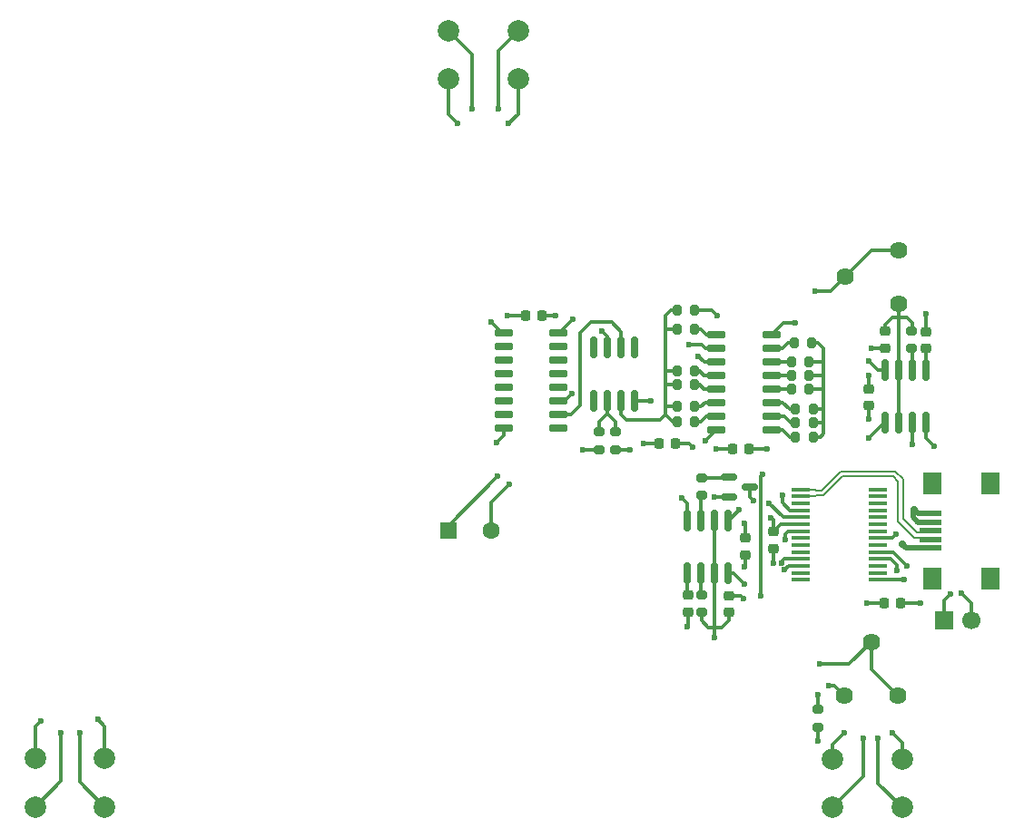
<source format=gbr>
%TF.GenerationSoftware,KiCad,Pcbnew,9.0.1*%
%TF.CreationDate,2025-05-14T21:44:34-03:00*%
%TF.ProjectId,queremate_pd_safe,71756572-656d-4617-9465-5f70645f7361,rev?*%
%TF.SameCoordinates,Original*%
%TF.FileFunction,Copper,L1,Top*%
%TF.FilePolarity,Positive*%
%FSLAX46Y46*%
G04 Gerber Fmt 4.6, Leading zero omitted, Abs format (unit mm)*
G04 Created by KiCad (PCBNEW 9.0.1) date 2025-05-14 21:44:34*
%MOMM*%
%LPD*%
G01*
G04 APERTURE LIST*
G04 Aperture macros list*
%AMRoundRect*
0 Rectangle with rounded corners*
0 $1 Rounding radius*
0 $2 $3 $4 $5 $6 $7 $8 $9 X,Y pos of 4 corners*
0 Add a 4 corners polygon primitive as box body*
4,1,4,$2,$3,$4,$5,$6,$7,$8,$9,$2,$3,0*
0 Add four circle primitives for the rounded corners*
1,1,$1+$1,$2,$3*
1,1,$1+$1,$4,$5*
1,1,$1+$1,$6,$7*
1,1,$1+$1,$8,$9*
0 Add four rect primitives between the rounded corners*
20,1,$1+$1,$2,$3,$4,$5,0*
20,1,$1+$1,$4,$5,$6,$7,0*
20,1,$1+$1,$6,$7,$8,$9,0*
20,1,$1+$1,$8,$9,$2,$3,0*%
G04 Aperture macros list end*
%TA.AperFunction,SMDPad,CuDef*%
%ADD10RoundRect,0.225000X0.225000X0.250000X-0.225000X0.250000X-0.225000X-0.250000X0.225000X-0.250000X0*%
%TD*%
%TA.AperFunction,SMDPad,CuDef*%
%ADD11RoundRect,0.225000X0.250000X-0.225000X0.250000X0.225000X-0.250000X0.225000X-0.250000X-0.225000X0*%
%TD*%
%TA.AperFunction,SMDPad,CuDef*%
%ADD12RoundRect,0.200000X0.275000X-0.200000X0.275000X0.200000X-0.275000X0.200000X-0.275000X-0.200000X0*%
%TD*%
%TA.AperFunction,SMDPad,CuDef*%
%ADD13RoundRect,0.200000X-0.200000X-0.275000X0.200000X-0.275000X0.200000X0.275000X-0.200000X0.275000X0*%
%TD*%
%TA.AperFunction,SMDPad,CuDef*%
%ADD14RoundRect,0.150000X0.150000X-0.825000X0.150000X0.825000X-0.150000X0.825000X-0.150000X-0.825000X0*%
%TD*%
%TA.AperFunction,ComponentPad*%
%ADD15C,1.620000*%
%TD*%
%TA.AperFunction,SMDPad,CuDef*%
%ADD16RoundRect,0.225000X-0.225000X-0.250000X0.225000X-0.250000X0.225000X0.250000X-0.225000X0.250000X0*%
%TD*%
%TA.AperFunction,SMDPad,CuDef*%
%ADD17RoundRect,0.200000X0.200000X0.275000X-0.200000X0.275000X-0.200000X-0.275000X0.200000X-0.275000X0*%
%TD*%
%TA.AperFunction,ComponentPad*%
%ADD18R,1.700000X1.700000*%
%TD*%
%TA.AperFunction,ComponentPad*%
%ADD19C,1.700000*%
%TD*%
%TA.AperFunction,SMDPad,CuDef*%
%ADD20RoundRect,0.200000X-0.275000X0.200000X-0.275000X-0.200000X0.275000X-0.200000X0.275000X0.200000X0*%
%TD*%
%TA.AperFunction,SMDPad,CuDef*%
%ADD21RoundRect,0.225000X-0.250000X0.225000X-0.250000X-0.225000X0.250000X-0.225000X0.250000X0.225000X0*%
%TD*%
%TA.AperFunction,SMDPad,CuDef*%
%ADD22RoundRect,0.150000X-0.725000X-0.150000X0.725000X-0.150000X0.725000X0.150000X-0.725000X0.150000X0*%
%TD*%
%TA.AperFunction,ComponentPad*%
%ADD23R,1.600000X1.600000*%
%TD*%
%TA.AperFunction,ComponentPad*%
%ADD24C,1.600000*%
%TD*%
%TA.AperFunction,ComponentPad*%
%ADD25C,2.000000*%
%TD*%
%TA.AperFunction,SMDPad,CuDef*%
%ADD26RoundRect,0.150000X-0.150000X0.825000X-0.150000X-0.825000X0.150000X-0.825000X0.150000X0.825000X0*%
%TD*%
%TA.AperFunction,SMDPad,CuDef*%
%ADD27RoundRect,0.150000X0.725000X0.150000X-0.725000X0.150000X-0.725000X-0.150000X0.725000X-0.150000X0*%
%TD*%
%TA.AperFunction,SMDPad,CuDef*%
%ADD28RoundRect,0.150000X-0.587500X-0.150000X0.587500X-0.150000X0.587500X0.150000X-0.587500X0.150000X0*%
%TD*%
%TA.AperFunction,SMDPad,CuDef*%
%ADD29R,2.000000X0.500000*%
%TD*%
%TA.AperFunction,SMDPad,CuDef*%
%ADD30R,1.700000X2.000000*%
%TD*%
%TA.AperFunction,SMDPad,CuDef*%
%ADD31R,1.750000X0.450000*%
%TD*%
%TA.AperFunction,ViaPad*%
%ADD32C,0.600000*%
%TD*%
%TA.AperFunction,ViaPad*%
%ADD33C,0.700000*%
%TD*%
%TA.AperFunction,Conductor*%
%ADD34C,0.300000*%
%TD*%
%TA.AperFunction,Conductor*%
%ADD35C,0.500000*%
%TD*%
%TA.AperFunction,Conductor*%
%ADD36C,0.200000*%
%TD*%
%TA.AperFunction,Conductor*%
%ADD37C,0.202000*%
%TD*%
G04 APERTURE END LIST*
D10*
%TO.P,C7,1*%
%TO.N,5V*%
X90218000Y-60325000D03*
%TO.P,C7,2*%
%TO.N,GND*%
X88668000Y-60325000D03*
%TD*%
D11*
%TO.P,C4,1*%
%TO.N,Net-(U5-DIS)*%
X95152000Y-76109000D03*
%TO.P,C4,2*%
%TO.N,GND*%
X95152000Y-74559000D03*
%TD*%
D12*
%TO.P,R2,1*%
%TO.N,5V*%
X103530400Y-86829400D03*
%TO.P,R2,2*%
%TO.N,RESET*%
X103530400Y-85179400D03*
%TD*%
D13*
%TO.P,R5,1*%
%TO.N,Net-(U1-Q2)*%
X101029000Y-52705000D03*
%TO.P,R5,2*%
%TO.N,Net-(U4-+)*%
X102679000Y-52705000D03*
%TD*%
D14*
%TO.P,U2,1,GND*%
%TO.N,GND*%
X109763000Y-58417000D03*
%TO.P,U2,2,TR*%
%TO.N,Net-(U2-DIS)*%
X111033000Y-58417000D03*
%TO.P,U2,3,Q*%
%TO.N,CLOCK*%
X112303000Y-58417000D03*
%TO.P,U2,4,R*%
%TO.N,Net-(SW1-B)*%
X113573000Y-58417000D03*
%TO.P,U2,5,CV*%
%TO.N,Net-(U2-CV)*%
X113573000Y-53467000D03*
%TO.P,U2,6,THR*%
%TO.N,Net-(U2-THR)*%
X112303000Y-53467000D03*
%TO.P,U2,7,DIS*%
%TO.N,Net-(U2-DIS)*%
X111033000Y-53467000D03*
%TO.P,U2,8,VCC*%
%TO.N,5V*%
X109763000Y-53467000D03*
%TD*%
D15*
%TO.P,RV1,1,1*%
%TO.N,5V*%
X110993000Y-42271000D03*
%TO.P,RV1,2,2*%
X105993000Y-44771000D03*
%TO.P,RV1,3,3*%
%TO.N,Net-(U2-DIS)*%
X110993000Y-47271000D03*
%TD*%
D16*
%TO.P,C8,1*%
%TO.N,5V*%
X95526000Y-60833000D03*
%TO.P,C8,2*%
%TO.N,GND*%
X97076000Y-60833000D03*
%TD*%
D17*
%TO.P,R14,1*%
%TO.N,GND*%
X92011000Y-47879000D03*
%TO.P,R14,2*%
%TO.N,Net-(U4-+)*%
X90361000Y-47879000D03*
%TD*%
D18*
%TO.P,J1,1,Pin_1*%
%TO.N,Net-(J1-Pin_1)*%
X115234400Y-76835400D03*
D19*
%TO.P,J1,2,Pin_2*%
%TO.N,Net-(J1-Pin_2)*%
X117774400Y-76835400D03*
%TD*%
D20*
%TO.P,R1,1*%
%TO.N,Net-(U2-DIS)*%
X112176000Y-49813000D03*
%TO.P,R1,2*%
%TO.N,Net-(U2-THR)*%
X112176000Y-51463000D03*
%TD*%
D13*
%TO.P,R15,1*%
%TO.N,Net-(U1-Q11)*%
X101410000Y-59740800D03*
%TO.P,R15,2*%
%TO.N,Net-(U4-+)*%
X103060000Y-59740800D03*
%TD*%
%TO.P,R9,1*%
%TO.N,Net-(U1-Q6)*%
X101029000Y-55245000D03*
%TO.P,R9,2*%
%TO.N,Net-(U4-+)*%
X102679000Y-55245000D03*
%TD*%
%TO.P,R8,1*%
%TO.N,Net-(U1-Q5)*%
X101410000Y-58420000D03*
%TO.P,R8,2*%
%TO.N,Net-(U4-+)*%
X103060000Y-58420000D03*
%TD*%
D11*
%TO.P,C6,1*%
%TO.N,GND*%
X91342000Y-76051000D03*
%TO.P,C6,2*%
%TO.N,Net-(U5-CV)*%
X91342000Y-74501000D03*
%TD*%
D20*
%TO.P,R16,1*%
%TO.N,Net-(U4--)*%
X83093000Y-59246000D03*
%TO.P,R16,2*%
%TO.N,5V*%
X83093000Y-60896000D03*
%TD*%
D17*
%TO.P,R3,1*%
%TO.N,Net-(U1-Q0)*%
X92011000Y-49657000D03*
%TO.P,R3,2*%
%TO.N,Net-(U4-+)*%
X90361000Y-49657000D03*
%TD*%
D21*
%TO.P,C11,1*%
%TO.N,5V*%
X99314000Y-68567000D03*
%TO.P,C11,2*%
%TO.N,GND*%
X99314000Y-70117000D03*
%TD*%
%TO.P,C1,1*%
%TO.N,Net-(U2-DIS)*%
X109763000Y-49863000D03*
%TO.P,C1,2*%
%TO.N,GND*%
X109763000Y-51413000D03*
%TD*%
D13*
%TO.P,R6,1*%
%TO.N,Net-(U1-Q3)*%
X101029000Y-53975000D03*
%TO.P,R6,2*%
%TO.N,Net-(U4-+)*%
X102679000Y-53975000D03*
%TD*%
D17*
%TO.P,R13,1*%
%TO.N,Net-(U1-Q10)*%
X92011000Y-58293000D03*
%TO.P,R13,2*%
%TO.N,Net-(U4-+)*%
X90361000Y-58293000D03*
%TD*%
D22*
%TO.P,U3,1,Q11*%
%TO.N,ALARM*%
X74168000Y-50038000D03*
%TO.P,U3,2,Q5*%
%TO.N,unconnected-(U3-Q5-Pad2)*%
X74168000Y-51308000D03*
%TO.P,U3,3,Q4*%
%TO.N,unconnected-(U3-Q4-Pad3)*%
X74168000Y-52578000D03*
%TO.P,U3,4,Q6*%
%TO.N,unconnected-(U3-Q6-Pad4)*%
X74168000Y-53848000D03*
%TO.P,U3,5,Q3*%
%TO.N,unconnected-(U3-Q3-Pad5)*%
X74168000Y-55118000D03*
%TO.P,U3,6,Q2*%
%TO.N,unconnected-(U3-Q2-Pad6)*%
X74168000Y-56388000D03*
%TO.P,U3,7,Q1*%
%TO.N,unconnected-(U3-Q1-Pad7)*%
X74168000Y-57658000D03*
%TO.P,U3,8,VSS*%
%TO.N,GND*%
X74168000Y-58928000D03*
%TO.P,U3,9,Q0*%
%TO.N,unconnected-(U3-Q0-Pad9)*%
X79318000Y-58928000D03*
%TO.P,U3,10,CLK*%
%TO.N,Net-(U3-CLK)*%
X79318000Y-57658000D03*
%TO.P,U3,11,Reset*%
%TO.N,RESET*%
X79318000Y-56388000D03*
%TO.P,U3,12,Q8*%
%TO.N,unconnected-(U3-Q8-Pad12)*%
X79318000Y-55118000D03*
%TO.P,U3,13,Q7*%
%TO.N,unconnected-(U3-Q7-Pad13)*%
X79318000Y-53848000D03*
%TO.P,U3,14,Q9*%
%TO.N,unconnected-(U3-Q9-Pad14)*%
X79318000Y-52578000D03*
%TO.P,U3,15,Q10*%
%TO.N,unconnected-(U3-Q10-Pad15)*%
X79318000Y-51308000D03*
%TO.P,U3,16,VDD*%
%TO.N,5V*%
X79318000Y-50038000D03*
%TD*%
D21*
%TO.P,C2,1*%
%TO.N,GND*%
X113573000Y-49898000D03*
%TO.P,C2,2*%
%TO.N,Net-(U2-CV)*%
X113573000Y-51448000D03*
%TD*%
D13*
%TO.P,R7,1*%
%TO.N,Net-(U1-Q4)*%
X101410000Y-57150000D03*
%TO.P,R7,2*%
%TO.N,Net-(U4-+)*%
X103060000Y-57150000D03*
%TD*%
D23*
%TO.P,BZ1,1,+*%
%TO.N,5V*%
X69000000Y-68500000D03*
D24*
%TO.P,BZ1,2,-*%
%TO.N,Net-(BZ1--)*%
X73000000Y-68500000D03*
%TD*%
D17*
%TO.P,R11,1*%
%TO.N,Net-(U1-Q8)*%
X92011000Y-53594000D03*
%TO.P,R11,2*%
%TO.N,Net-(U4-+)*%
X90361000Y-53594000D03*
%TD*%
D25*
%TO.P,SW1,1,A*%
%TO.N,5V*%
X69038400Y-21778400D03*
X75538400Y-21778400D03*
%TO.P,SW1,2,B*%
%TO.N,Net-(SW1-B)*%
X69038400Y-26278400D03*
X75538400Y-26278400D03*
%TD*%
D13*
%TO.P,R4,1*%
%TO.N,Net-(U1-Q1)*%
X101283000Y-50927000D03*
%TO.P,R4,2*%
%TO.N,Net-(U4-+)*%
X102933000Y-50927000D03*
%TD*%
D25*
%TO.P,SW4,1,A*%
%TO.N,RESET*%
X111352400Y-94299600D03*
X104852400Y-94299600D03*
%TO.P,SW4,2,B*%
%TO.N,GND*%
X111352400Y-89799600D03*
X104852400Y-89799600D03*
%TD*%
D26*
%TO.P,U5,1,GND*%
%TO.N,GND*%
X95123000Y-67502000D03*
%TO.P,U5,2,TR*%
%TO.N,Net-(U5-DIS)*%
X93853000Y-67502000D03*
%TO.P,U5,3,Q*%
%TO.N,Net-(U5-Q)*%
X92583000Y-67502000D03*
%TO.P,U5,4,R*%
%TO.N,ALARM*%
X91313000Y-67502000D03*
%TO.P,U5,5,CV*%
%TO.N,Net-(U5-CV)*%
X91313000Y-72452000D03*
%TO.P,U5,6,THR*%
%TO.N,Net-(U5-THR)*%
X92583000Y-72452000D03*
%TO.P,U5,7,DIS*%
%TO.N,Net-(U5-DIS)*%
X93853000Y-72452000D03*
%TO.P,U5,8,VCC*%
%TO.N,5V*%
X95123000Y-72452000D03*
%TD*%
D17*
%TO.P,R10,1*%
%TO.N,Net-(U1-Q7)*%
X92011000Y-54864000D03*
%TO.P,R10,2*%
%TO.N,Net-(U4-+)*%
X90361000Y-54864000D03*
%TD*%
D11*
%TO.P,C9,1*%
%TO.N,5V*%
X96676000Y-70717000D03*
%TO.P,C9,2*%
%TO.N,GND*%
X96676000Y-69167000D03*
%TD*%
D27*
%TO.P,U1,1,Q11*%
%TO.N,Net-(U1-Q11)*%
X99187000Y-59055000D03*
%TO.P,U1,2,Q5*%
%TO.N,Net-(U1-Q5)*%
X99187000Y-57785000D03*
%TO.P,U1,3,Q4*%
%TO.N,Net-(U1-Q4)*%
X99187000Y-56515000D03*
%TO.P,U1,4,Q6*%
%TO.N,Net-(U1-Q6)*%
X99187000Y-55245000D03*
%TO.P,U1,5,Q3*%
%TO.N,Net-(U1-Q3)*%
X99187000Y-53975000D03*
%TO.P,U1,6,Q2*%
%TO.N,Net-(U1-Q2)*%
X99187000Y-52705000D03*
%TO.P,U1,7,Q1*%
%TO.N,Net-(U1-Q1)*%
X99187000Y-51435000D03*
%TO.P,U1,8,VSS*%
%TO.N,GND*%
X99187000Y-50165000D03*
%TO.P,U1,9,Q0*%
%TO.N,Net-(U1-Q0)*%
X94037000Y-50165000D03*
%TO.P,U1,10,CLK*%
%TO.N,CLOCK*%
X94037000Y-51435000D03*
%TO.P,U1,11,Reset*%
%TO.N,RESET*%
X94037000Y-52705000D03*
%TO.P,U1,12,Q8*%
%TO.N,Net-(U1-Q8)*%
X94037000Y-53975000D03*
%TO.P,U1,13,Q7*%
%TO.N,Net-(U1-Q7)*%
X94037000Y-55245000D03*
%TO.P,U1,14,Q9*%
%TO.N,Net-(U1-Q9)*%
X94037000Y-56515000D03*
%TO.P,U1,15,Q10*%
%TO.N,Net-(U1-Q10)*%
X94037000Y-57785000D03*
%TO.P,U1,16,VDD*%
%TO.N,5V*%
X94037000Y-59055000D03*
%TD*%
D17*
%TO.P,R12,1*%
%TO.N,Net-(U1-Q9)*%
X92011000Y-56896000D03*
%TO.P,R12,2*%
%TO.N,Net-(U4-+)*%
X90361000Y-56896000D03*
%TD*%
D28*
%TO.P,Q2,1,B*%
%TO.N,Net-(Q2-B)*%
X95230500Y-63439000D03*
%TO.P,Q2,2,E*%
%TO.N,GND*%
X95230500Y-65339000D03*
%TO.P,Q2,3,C*%
%TO.N,Net-(BZ1--)*%
X97105500Y-64389000D03*
%TD*%
D20*
%TO.P,R20,1*%
%TO.N,Net-(Q2-B)*%
X92612000Y-63528000D03*
%TO.P,R20,2*%
%TO.N,Net-(U5-Q)*%
X92612000Y-65178000D03*
%TD*%
D12*
%TO.P,R19,1*%
%TO.N,Net-(U5-DIS)*%
X92612000Y-76101000D03*
%TO.P,R19,2*%
%TO.N,Net-(U5-THR)*%
X92612000Y-74451000D03*
%TD*%
D21*
%TO.P,C3,1*%
%TO.N,5V*%
X108239000Y-55232000D03*
%TO.P,C3,2*%
%TO.N,GND*%
X108239000Y-56782000D03*
%TD*%
D15*
%TO.P,RV2,1,1*%
%TO.N,5V*%
X110953000Y-83881600D03*
%TO.P,RV2,2,2*%
X108453000Y-78881600D03*
%TO.P,RV2,3,3*%
%TO.N,Net-(U5-DIS)*%
X105953000Y-83881600D03*
%TD*%
D29*
%TO.P,J2,1,VBUS*%
%TO.N,5V*%
X114030200Y-70078400D03*
%TO.P,J2,2,D-*%
%TO.N,DT-*%
X114030200Y-69278400D03*
%TO.P,J2,3,D+*%
%TO.N,DT+*%
X114030200Y-68478400D03*
%TO.P,J2,4,GND*%
%TO.N,GND*%
X114030200Y-67678400D03*
%TO.P,J2,5,Shield*%
X114030200Y-66878400D03*
D30*
%TO.P,J2,6*%
%TO.N,N/C*%
X114130200Y-72928400D03*
X119580200Y-72928400D03*
X114130200Y-64028400D03*
X119580200Y-64028400D03*
%TD*%
D31*
%TO.P,U6,1,TXD*%
%TO.N,Net-(J1-Pin_1)*%
X109111600Y-73059000D03*
%TO.P,U6,2,DTR*%
%TO.N,unconnected-(U6-DTR-Pad2)*%
X109111600Y-72409000D03*
%TO.P,U6,3,RTS*%
%TO.N,unconnected-(U6-RTS-Pad3)*%
X109111600Y-71759000D03*
%TO.P,U6,4,VCCIO*%
%TO.N,5V*%
X109111600Y-71109000D03*
%TO.P,U6,5,RXD*%
%TO.N,Net-(J1-Pin_2)*%
X109111600Y-70459000D03*
%TO.P,U6,6,RI*%
%TO.N,unconnected-(U6-RI-Pad6)*%
X109111600Y-69809000D03*
%TO.P,U6,7,GND*%
%TO.N,GND*%
X109111600Y-69159000D03*
%TO.P,U6,8*%
%TO.N,N/C*%
X109111600Y-68509000D03*
%TO.P,U6,9,DCR*%
%TO.N,unconnected-(U6-DCR-Pad9)*%
X109111600Y-67859000D03*
%TO.P,U6,10,DCD*%
%TO.N,unconnected-(U6-DCD-Pad10)*%
X109111600Y-67209000D03*
%TO.P,U6,11,CTS*%
%TO.N,unconnected-(U6-CTS-Pad11)*%
X109111600Y-66559000D03*
%TO.P,U6,12,CBUS4*%
%TO.N,unconnected-(U6-CBUS4-Pad12)*%
X109111600Y-65909000D03*
%TO.P,U6,13,CBUS2*%
%TO.N,unconnected-(U6-CBUS2-Pad13)*%
X109111600Y-65259000D03*
%TO.P,U6,14,CBUS3*%
%TO.N,unconnected-(U6-CBUS3-Pad14)*%
X109111600Y-64609000D03*
%TO.P,U6,15,USBD+*%
%TO.N,DT+*%
X101911600Y-64609000D03*
%TO.P,U6,16,USBD-*%
%TO.N,DT-*%
X101911600Y-65259000D03*
%TO.P,U6,17,3V3OUT*%
%TO.N,unconnected-(U6-3V3OUT-Pad17)*%
X101911600Y-65909000D03*
%TO.P,U6,18,GND*%
%TO.N,GND*%
X101911600Y-66559000D03*
%TO.P,U6,19,~{RESET}*%
%TO.N,ALARM*%
X101911600Y-67209000D03*
%TO.P,U6,20,VCC*%
%TO.N,5V*%
X101911600Y-67859000D03*
%TO.P,U6,21,GND*%
%TO.N,GND*%
X101911600Y-68509000D03*
%TO.P,U6,22,CBUS1*%
%TO.N,unconnected-(U6-CBUS1-Pad22)*%
X101911600Y-69159000D03*
%TO.P,U6,23,CBUS0*%
%TO.N,unconnected-(U6-CBUS0-Pad23)*%
X101911600Y-69809000D03*
%TO.P,U6,24*%
%TO.N,N/C*%
X101911600Y-70459000D03*
%TO.P,U6,25,AGND*%
%TO.N,GND*%
X101911600Y-71109000D03*
%TO.P,U6,26,TEST*%
X101911600Y-71759000D03*
%TO.P,U6,27,OSCI*%
%TO.N,unconnected-(U6-OSCI-Pad27)*%
X101911600Y-72409000D03*
%TO.P,U6,28,OSCO*%
%TO.N,unconnected-(U6-OSCO-Pad28)*%
X101911600Y-73059000D03*
%TD*%
D10*
%TO.P,C5,1*%
%TO.N,5V*%
X77737000Y-48387000D03*
%TO.P,C5,2*%
%TO.N,GND*%
X76187000Y-48387000D03*
%TD*%
D14*
%TO.P,U4,1,NULL*%
%TO.N,unconnected-(U4-NULL-Pad1)*%
X82585000Y-56323000D03*
%TO.P,U4,2,-*%
%TO.N,Net-(U4--)*%
X83855000Y-56323000D03*
%TO.P,U4,3,+*%
%TO.N,Net-(U4-+)*%
X85125000Y-56323000D03*
%TO.P,U4,4,V-*%
%TO.N,GND*%
X86395000Y-56323000D03*
%TO.P,U4,5,NULL*%
%TO.N,unconnected-(U4-NULL-Pad5)*%
X86395000Y-51373000D03*
%TO.P,U4,6*%
%TO.N,Net-(U3-CLK)*%
X85125000Y-51373000D03*
%TO.P,U4,7,V+*%
%TO.N,5V*%
X83855000Y-51373000D03*
%TO.P,U4,8,NC*%
%TO.N,unconnected-(U4-NC-Pad8)*%
X82585000Y-51373000D03*
%TD*%
D16*
%TO.P,C10,1*%
%TO.N,5V*%
X109664200Y-75234800D03*
%TO.P,C10,2*%
%TO.N,GND*%
X111214200Y-75234800D03*
%TD*%
D12*
%TO.P,R17,1*%
%TO.N,GND*%
X84617000Y-60896000D03*
%TO.P,R17,2*%
%TO.N,Net-(U4--)*%
X84617000Y-59246000D03*
%TD*%
D25*
%TO.P,SW2,1,A*%
%TO.N,5V*%
X30481200Y-89748800D03*
X36981200Y-89748800D03*
%TO.P,SW2,2,B*%
%TO.N,Net-(SW1-B)*%
X30481200Y-94248800D03*
X36981200Y-94248800D03*
%TD*%
D32*
%TO.N,GND*%
X96520000Y-74777600D03*
X100160000Y-65150000D03*
%TO.N,Net-(SW1-B)*%
X114300000Y-60553600D03*
X69900800Y-30480000D03*
X74625200Y-30480000D03*
X32918400Y-87376000D03*
X34645600Y-87376000D03*
%TO.N,5V*%
X36322000Y-86106000D03*
X96621600Y-73456800D03*
X108204000Y-52628800D03*
X110871000Y-72161400D03*
X99100000Y-67250000D03*
X103682800Y-80924400D03*
X73609200Y-63398400D03*
X94030800Y-60858400D03*
X108254800Y-54000400D03*
D33*
X111353600Y-69748400D03*
D32*
X30988000Y-86207600D03*
X96672400Y-71831200D03*
X71272400Y-29057600D03*
X79044800Y-48412400D03*
X81584800Y-60909200D03*
X80670400Y-48717200D03*
X108051600Y-75234800D03*
X93014800Y-60096400D03*
X91795600Y-60655200D03*
X83362800Y-49834800D03*
X73660000Y-29057600D03*
X103530400Y-88087200D03*
X103225600Y-46075600D03*
%TO.N,GND*%
X93878400Y-65328800D03*
D33*
X112442800Y-66520000D03*
D32*
X86004400Y-60909200D03*
X96672400Y-67767200D03*
X108254800Y-59842400D03*
X108458000Y-51409600D03*
X100380800Y-72136000D03*
X101396800Y-49072800D03*
X74523600Y-48412400D03*
X100126800Y-71526400D03*
X87274400Y-60350400D03*
X110439200Y-87376000D03*
X96164400Y-66497200D03*
X91338400Y-77470000D03*
X113588800Y-48209200D03*
X100430000Y-69320000D03*
X94132400Y-48412400D03*
X98755200Y-60858400D03*
X110794800Y-68834000D03*
X105968800Y-87325200D03*
X113030000Y-75234800D03*
X73507600Y-60248800D03*
X108254800Y-58013600D03*
X87884000Y-56337200D03*
X99314000Y-71475600D03*
%TO.N,CLOCK*%
X112318800Y-60401200D03*
X91490800Y-51104800D03*
%TO.N,Net-(U5-DIS)*%
X93878400Y-78486000D03*
X104495600Y-82905600D03*
%TO.N,ALARM*%
X72999600Y-49022000D03*
X90779600Y-65379600D03*
X98955400Y-65884600D03*
%TO.N,Net-(J1-Pin_2)*%
X111810800Y-71729600D03*
X116840000Y-74269600D03*
%TO.N,Net-(J1-Pin_1)*%
X111506000Y-73050400D03*
X115849400Y-74396600D03*
%TO.N,Net-(BZ1--)*%
X97485200Y-65684400D03*
X74676000Y-64160400D03*
%TO.N,RESET*%
X80568800Y-55676800D03*
X109118400Y-87884000D03*
X98196400Y-74523600D03*
X98348800Y-63195200D03*
X107746800Y-87884000D03*
X103530400Y-83769200D03*
X92354400Y-52171600D03*
%TD*%
D34*
%TO.N,5V*%
X101911600Y-67859000D02*
X100022000Y-67859000D01*
X100022000Y-67859000D02*
X99314000Y-68567000D01*
%TO.N,GND*%
X100430000Y-68815600D02*
X100736600Y-68509000D01*
X100430000Y-69320000D02*
X100430000Y-68815600D01*
X100736600Y-68509000D02*
X101911600Y-68509000D01*
%TO.N,ALARM*%
X98955400Y-65884600D02*
X100237800Y-67167000D01*
X100237800Y-67167000D02*
X101869600Y-67167000D01*
X101869600Y-67167000D02*
X101911600Y-67209000D01*
D35*
%TO.N,GND*%
X112442800Y-66520000D02*
X112340000Y-66622800D01*
X112839600Y-67678400D02*
X114030200Y-67678400D01*
X112442800Y-66520000D02*
X112801200Y-66878400D01*
X112801200Y-66878400D02*
X114030200Y-66878400D01*
X112340000Y-67178800D02*
X112839600Y-67678400D01*
X112340000Y-66622800D02*
X112340000Y-67178800D01*
D34*
%TO.N,Net-(U4-+)*%
X90361000Y-54864000D02*
X89281000Y-54864000D01*
%TO.N,5V*%
X109042200Y-53467000D02*
X109763000Y-53467000D01*
%TO.N,Net-(U2-DIS)*%
X111033000Y-58417000D02*
X111033000Y-53467000D01*
X109763000Y-49241000D02*
X110398000Y-48606000D01*
X112303000Y-49813000D02*
X112303000Y-49114000D01*
X112303000Y-49114000D02*
X111795000Y-48606000D01*
X111033000Y-48606000D02*
X111033000Y-47630000D01*
X111033000Y-48606000D02*
X110398000Y-48606000D01*
X109763000Y-49863000D02*
X109763000Y-49241000D01*
X111795000Y-48606000D02*
X111033000Y-48606000D01*
X111033000Y-47441000D02*
X110993000Y-47401000D01*
X111033000Y-53467000D02*
X111033000Y-48606000D01*
%TO.N,Net-(U2-THR)*%
X112303000Y-53467000D02*
X112303000Y-51463000D01*
%TO.N,Net-(SW1-B)*%
X75538400Y-26278400D02*
X75538400Y-29566800D01*
X30481200Y-94248800D02*
X32918400Y-91811600D01*
X32918400Y-91811600D02*
X32918400Y-87376000D01*
X34645600Y-91913200D02*
X34645600Y-87376000D01*
X113573000Y-58417000D02*
X113573000Y-59826600D01*
X113573000Y-59826600D02*
X114300000Y-60553600D01*
X75538400Y-29566800D02*
X74625200Y-30480000D01*
X69038400Y-29617600D02*
X69900800Y-30480000D01*
X36981200Y-94248800D02*
X34645600Y-91913200D01*
X69038400Y-26278400D02*
X69038400Y-29617600D01*
%TO.N,5V*%
X108453000Y-81381600D02*
X108453000Y-78881600D01*
X94056200Y-60833000D02*
X94030800Y-60858400D01*
X96676000Y-71827600D02*
X96672400Y-71831200D01*
X105993000Y-44771000D02*
X104688400Y-46075600D01*
X108493000Y-42271000D02*
X105993000Y-44771000D01*
X110871000Y-71693400D02*
X110871000Y-72161400D01*
X95123000Y-72452000D02*
X95616800Y-72452000D01*
X73660000Y-23656800D02*
X73660000Y-29057600D01*
X109111600Y-71109000D02*
X110286600Y-71109000D01*
D35*
X111353600Y-69748400D02*
X111683600Y-70078400D01*
D34*
X110286600Y-71109000D02*
X110871000Y-71693400D01*
X69000000Y-68500000D02*
X69000000Y-68007600D01*
X104444800Y-80924400D02*
X103682800Y-80924400D01*
X36981200Y-89748800D02*
X36981200Y-86765200D01*
X79318000Y-50038000D02*
X79349600Y-50038000D01*
D35*
X111683600Y-70078400D02*
X114030200Y-70078400D01*
D34*
X99314000Y-68567000D02*
X99314000Y-67464000D01*
X79349600Y-50038000D02*
X80670400Y-48717200D01*
X91465400Y-60325000D02*
X91795600Y-60655200D01*
X79019400Y-48387000D02*
X79044800Y-48412400D01*
X90218000Y-60325000D02*
X91465400Y-60325000D01*
X69000000Y-68007600D02*
X73609200Y-63398400D01*
X108239000Y-54016200D02*
X108254800Y-54000400D01*
X83093000Y-60896000D02*
X81598000Y-60896000D01*
X94037000Y-59055000D02*
X94037000Y-59074200D01*
X108239000Y-55232000D02*
X108239000Y-54016200D01*
X83855000Y-51373000D02*
X83855000Y-50327000D01*
X95616800Y-72452000D02*
X96621600Y-73456800D01*
X71272400Y-24012400D02*
X71272400Y-29057600D01*
X94037000Y-59074200D02*
X93014800Y-60096400D01*
X103886000Y-46075600D02*
X103225600Y-46075600D01*
X110993000Y-42271000D02*
X108493000Y-42271000D01*
X110953000Y-83881600D02*
X108453000Y-81381600D01*
X36981200Y-86765200D02*
X36322000Y-86106000D01*
X99314000Y-67464000D02*
X99100000Y-67250000D01*
X103530400Y-86829400D02*
X103530400Y-88087200D01*
X109664200Y-75234800D02*
X108051600Y-75234800D01*
X106410200Y-80924400D02*
X104444800Y-80924400D01*
X108453000Y-78881600D02*
X106410200Y-80924400D01*
X75538400Y-21778400D02*
X73660000Y-23656800D01*
X83855000Y-50327000D02*
X83362800Y-49834800D01*
X96676000Y-70717000D02*
X96676000Y-71827600D01*
X95526000Y-60833000D02*
X94056200Y-60833000D01*
X104688400Y-46075600D02*
X103886000Y-46075600D01*
X30481200Y-89748800D02*
X30481200Y-86714400D01*
X30481200Y-86714400D02*
X30988000Y-86207600D01*
X109042200Y-53467000D02*
X108204000Y-52628800D01*
X77737000Y-48387000D02*
X79019400Y-48387000D01*
X69038400Y-21778400D02*
X71272400Y-24012400D01*
X81598000Y-60896000D02*
X81584800Y-60909200D01*
%TO.N,Net-(U2-CV)*%
X113573000Y-53467000D02*
X113573000Y-51448000D01*
%TO.N,GND*%
X108461400Y-51413000D02*
X108458000Y-51409600D01*
X100990400Y-49072800D02*
X101396800Y-49072800D01*
X101911600Y-71759000D02*
X100757800Y-71759000D01*
X111214200Y-75234800D02*
X113030000Y-75234800D01*
X93888600Y-65339000D02*
X93878400Y-65328800D01*
X100391800Y-71109000D02*
X101911600Y-71109000D01*
X93599000Y-47879000D02*
X94132400Y-48412400D01*
X113573000Y-49898000D02*
X113573000Y-48225000D01*
X99187000Y-50165000D02*
X100279200Y-49072800D01*
X98729800Y-60833000D02*
X98755200Y-60858400D01*
X92011000Y-47879000D02*
X93599000Y-47879000D01*
X111352400Y-88289200D02*
X110439200Y-87376000D01*
X88668000Y-60325000D02*
X87299800Y-60325000D01*
X76187000Y-48387000D02*
X74549000Y-48387000D01*
X87299800Y-60325000D02*
X87274400Y-60350400D01*
X111352400Y-89799600D02*
X111352400Y-88289200D01*
X87869800Y-56323000D02*
X87884000Y-56337200D01*
X86395000Y-56323000D02*
X87869800Y-56323000D01*
X96676000Y-67770800D02*
X96672400Y-67767200D01*
X100279200Y-49072800D02*
X100990400Y-49072800D01*
X100126800Y-71374000D02*
X100391800Y-71109000D01*
X74168000Y-59588400D02*
X73507600Y-60248800D01*
X95159600Y-67502000D02*
X96164400Y-66497200D01*
X99314000Y-70117000D02*
X99314000Y-71475600D01*
X109111600Y-69159000D02*
X110469800Y-69159000D01*
X91342000Y-76051000D02*
X91342000Y-77466400D01*
X109763000Y-51413000D02*
X108461400Y-51413000D01*
X74168000Y-58928000D02*
X74168000Y-59588400D01*
X100757800Y-71759000D02*
X100380800Y-72136000D01*
X96676000Y-69167000D02*
X96676000Y-67770800D01*
X74549000Y-48387000D02*
X74523600Y-48412400D01*
X97076000Y-60833000D02*
X98729800Y-60833000D01*
X104852400Y-88441600D02*
X105968800Y-87325200D01*
X100126800Y-71526400D02*
X100126800Y-71374000D01*
X91342000Y-77466400D02*
X91338400Y-77470000D01*
X85991200Y-60896000D02*
X86004400Y-60909200D01*
X104852400Y-89799600D02*
X104852400Y-88441600D01*
X95123000Y-67502000D02*
X95159600Y-67502000D01*
X84617000Y-60896000D02*
X85991200Y-60896000D01*
X109680200Y-58417000D02*
X108254800Y-59842400D01*
X110469800Y-69159000D02*
X110794800Y-68834000D01*
X95230500Y-65339000D02*
X93888600Y-65339000D01*
X113573000Y-48225000D02*
X113588800Y-48209200D01*
X108239000Y-56782000D02*
X108239000Y-57997800D01*
X109763000Y-58417000D02*
X109680200Y-58417000D01*
X108239000Y-57997800D02*
X108254800Y-58013600D01*
%TO.N,CLOCK*%
X92989400Y-51435000D02*
X92710000Y-51155600D01*
X92659200Y-51104800D02*
X91490800Y-51104800D01*
X112303000Y-58417000D02*
X112303000Y-60385400D01*
X94037000Y-51435000D02*
X92989400Y-51435000D01*
X92710000Y-51155600D02*
X92659200Y-51104800D01*
X112303000Y-60385400D02*
X112318800Y-60401200D01*
%TO.N,Net-(U5-CV)*%
X91313000Y-74472000D02*
X91342000Y-74501000D01*
X91313000Y-72452000D02*
X91313000Y-74472000D01*
%TO.N,Net-(U5-DIS)*%
X93853000Y-72452000D02*
X93853000Y-67502000D01*
X94517000Y-77493000D02*
X93853000Y-77493000D01*
X104495600Y-82905600D02*
X104977000Y-82905600D01*
X92612000Y-76101000D02*
X92612000Y-76858000D01*
X93853000Y-78460600D02*
X93878400Y-78486000D01*
X95152000Y-76109000D02*
X95152000Y-76858000D01*
X92612000Y-76858000D02*
X93247000Y-77493000D01*
X104977000Y-82905600D02*
X105953000Y-83881600D01*
X93853000Y-72452000D02*
X93853000Y-77493000D01*
X93247000Y-77493000D02*
X93853000Y-77493000D01*
X95152000Y-76858000D02*
X94517000Y-77493000D01*
X93853000Y-77493000D02*
X93853000Y-78460600D01*
%TO.N,Net-(U5-Q)*%
X92583000Y-65207000D02*
X92612000Y-65178000D01*
X92583000Y-67502000D02*
X92583000Y-65207000D01*
%TO.N,ALARM*%
X74168000Y-50038000D02*
X74015600Y-50038000D01*
X91313000Y-65913000D02*
X90779600Y-65379600D01*
X91313000Y-67502000D02*
X91313000Y-65913000D01*
X74015600Y-50038000D02*
X72999600Y-49022000D01*
%TO.N,Net-(U5-THR)*%
X92583000Y-74422000D02*
X92612000Y-74451000D01*
X92583000Y-72452000D02*
X92583000Y-74422000D01*
D36*
%TO.N,DT+*%
X103224101Y-64609000D02*
X101911600Y-64609000D01*
X114030200Y-68478400D02*
X113280200Y-68478400D01*
X103840730Y-64704000D02*
X103319101Y-64704000D01*
D37*
X101261600Y-64609000D02*
X101911600Y-64609000D01*
D36*
X113280200Y-68478400D02*
X113110200Y-68648400D01*
X111440000Y-63664730D02*
X110715270Y-62940000D01*
X103319101Y-64704000D02*
X103224101Y-64609000D01*
X110715270Y-62940000D02*
X105604730Y-62940000D01*
X112693670Y-68648400D02*
X111440000Y-67394730D01*
X113110200Y-68648400D02*
X112693670Y-68648400D01*
X105604730Y-62940000D02*
X103840730Y-64704000D01*
X111440000Y-67394730D02*
X111440000Y-63664730D01*
D34*
%TO.N,Net-(J1-Pin_2)*%
X116840000Y-74269600D02*
X117774400Y-75204000D01*
X111556800Y-71475600D02*
X111810800Y-71729600D01*
X117774400Y-75204000D02*
X117774400Y-76835400D01*
X109111600Y-70459000D02*
X110540200Y-70459000D01*
X110540200Y-70459000D02*
X111556800Y-71475600D01*
D36*
%TO.N,DT-*%
X105795270Y-63400000D02*
X104031270Y-65164000D01*
X104031270Y-65164000D02*
X103319101Y-65164000D01*
X112503130Y-69108400D02*
X110980000Y-67585270D01*
X114030200Y-69278400D02*
X113280200Y-69278400D01*
X113280200Y-69278400D02*
X113110200Y-69108400D01*
X110980000Y-67585270D02*
X110980000Y-63855270D01*
X110980000Y-63855270D02*
X110524730Y-63400000D01*
X103224101Y-65259000D02*
X101911600Y-65259000D01*
X113110200Y-69108400D02*
X112503130Y-69108400D01*
X110524730Y-63400000D02*
X105795270Y-63400000D01*
X103319101Y-65164000D02*
X103224101Y-65259000D01*
D34*
%TO.N,Net-(J1-Pin_1)*%
X115265200Y-76804600D02*
X115234400Y-76835400D01*
X109111600Y-73059000D02*
X111497400Y-73059000D01*
X115849400Y-74396600D02*
X115265200Y-74980800D01*
X111497400Y-73059000D02*
X111506000Y-73050400D01*
X115265200Y-74980800D02*
X115265200Y-76804600D01*
%TO.N,Net-(BZ1--)*%
X73000000Y-65836400D02*
X74676000Y-64160400D01*
X97105500Y-65304700D02*
X97485200Y-65684400D01*
X97105500Y-64389000D02*
X97105500Y-65304700D01*
X73000000Y-68500000D02*
X73000000Y-65836400D01*
%TO.N,RESET*%
X92887800Y-52705000D02*
X92354400Y-52171600D01*
X98194000Y-63350000D02*
X98194000Y-71219200D01*
X107746800Y-91405200D02*
X107746800Y-87884000D01*
X94037000Y-52705000D02*
X92887800Y-52705000D01*
X98194000Y-71219200D02*
X98196400Y-71221600D01*
X79857600Y-56388000D02*
X80568800Y-55676800D01*
X98196400Y-71221600D02*
X98196400Y-74523600D01*
X98348800Y-63195200D02*
X98194000Y-63350000D01*
X111352400Y-94299600D02*
X109118400Y-92065600D01*
X103530400Y-85179400D02*
X103530400Y-83769200D01*
X109118400Y-92065600D02*
X109118400Y-87884000D01*
X79318000Y-56388000D02*
X79857600Y-56388000D01*
X104852400Y-94299600D02*
X107746800Y-91405200D01*
%TO.N,Net-(U1-Q0)*%
X92583000Y-49657000D02*
X93091000Y-50165000D01*
X93091000Y-50165000D02*
X94037000Y-50165000D01*
X92011000Y-49657000D02*
X92583000Y-49657000D01*
%TO.N,Net-(U4-+)*%
X102679000Y-55245000D02*
X104013000Y-55245000D01*
X104013000Y-52705000D02*
X104013000Y-54102000D01*
X85125000Y-56323000D02*
X85125000Y-57658000D01*
X89789000Y-47879000D02*
X90361000Y-47879000D01*
X88773000Y-58166000D02*
X89281000Y-57658000D01*
X102679000Y-52705000D02*
X104013000Y-52705000D01*
X104013000Y-57150000D02*
X104013000Y-58547000D01*
X103060000Y-58420000D02*
X103886000Y-58420000D01*
X85125000Y-57658000D02*
X85633000Y-58166000D01*
X89281000Y-56896000D02*
X90361000Y-56896000D01*
X89916000Y-58293000D02*
X89281000Y-57658000D01*
X103060000Y-57150000D02*
X104013000Y-57150000D01*
X90361000Y-49657000D02*
X89281000Y-49657000D01*
X90361000Y-58293000D02*
X89916000Y-58293000D01*
X103886000Y-58420000D02*
X104013000Y-58547000D01*
X89281000Y-49657000D02*
X89281000Y-48387000D01*
X89281000Y-48387000D02*
X89789000Y-47879000D01*
X89281000Y-54864000D02*
X89281000Y-53594000D01*
X103708200Y-59740800D02*
X103060000Y-59740800D01*
X104013000Y-51435000D02*
X104013000Y-52705000D01*
X104013000Y-58547000D02*
X104013000Y-59436000D01*
X89281000Y-57658000D02*
X89281000Y-56896000D01*
X104013000Y-54102000D02*
X104013000Y-55245000D01*
X85633000Y-58166000D02*
X88773000Y-58166000D01*
X104013000Y-55245000D02*
X104013000Y-57150000D01*
X104013000Y-59436000D02*
X103708200Y-59740800D01*
X89281000Y-56896000D02*
X89281000Y-54864000D01*
X89281000Y-53594000D02*
X89281000Y-49657000D01*
X103886000Y-53975000D02*
X104013000Y-54102000D01*
X102933000Y-50927000D02*
X103505000Y-50927000D01*
X90361000Y-53594000D02*
X89281000Y-53594000D01*
X103505000Y-50927000D02*
X104013000Y-51435000D01*
X102679000Y-53975000D02*
X103886000Y-53975000D01*
%TO.N,Net-(U1-Q1)*%
X100203000Y-51435000D02*
X100711000Y-50927000D01*
X99187000Y-51435000D02*
X100203000Y-51435000D01*
X100711000Y-50927000D02*
X101283000Y-50927000D01*
%TO.N,Net-(U1-Q2)*%
X99187000Y-52705000D02*
X101029000Y-52705000D01*
%TO.N,Net-(U1-Q3)*%
X99187000Y-53975000D02*
X101029000Y-53975000D01*
%TO.N,Net-(U1-Q4)*%
X101410000Y-57150000D02*
X100838000Y-57150000D01*
X100203000Y-56515000D02*
X99187000Y-56515000D01*
X100838000Y-57150000D02*
X100203000Y-56515000D01*
%TO.N,Net-(U1-Q5)*%
X100965000Y-58420000D02*
X100330000Y-57785000D01*
X101410000Y-58420000D02*
X100965000Y-58420000D01*
X100330000Y-57785000D02*
X99187000Y-57785000D01*
%TO.N,Net-(U1-Q6)*%
X99187000Y-55245000D02*
X101029000Y-55245000D01*
%TO.N,Net-(U1-Q7)*%
X92011000Y-54864000D02*
X92456000Y-54864000D01*
X92837000Y-55245000D02*
X94037000Y-55245000D01*
X92456000Y-54864000D02*
X92837000Y-55245000D01*
%TO.N,Net-(U1-Q8)*%
X92456000Y-53594000D02*
X92837000Y-53975000D01*
X92837000Y-53975000D02*
X94037000Y-53975000D01*
X92011000Y-53594000D02*
X92456000Y-53594000D01*
%TO.N,Net-(U1-Q9)*%
X92964000Y-56515000D02*
X94037000Y-56515000D01*
X92583000Y-56896000D02*
X92964000Y-56515000D01*
X92011000Y-56896000D02*
X92583000Y-56896000D01*
%TO.N,Net-(U1-Q10)*%
X92011000Y-58293000D02*
X92583000Y-58293000D01*
X92583000Y-58293000D02*
X93091000Y-57785000D01*
X93091000Y-57785000D02*
X94037000Y-57785000D01*
%TO.N,Net-(U1-Q11)*%
X100203000Y-59055000D02*
X99187000Y-59055000D01*
X100888800Y-59740800D02*
X100203000Y-59055000D01*
X101410000Y-59740800D02*
X100888800Y-59740800D01*
%TO.N,Net-(U4--)*%
X83093000Y-58293000D02*
X83093000Y-59246000D01*
X83855000Y-56323000D02*
X83855000Y-57531000D01*
X83855000Y-57531000D02*
X83093000Y-58293000D01*
X83855000Y-57531000D02*
X84617000Y-58293000D01*
X84617000Y-58293000D02*
X84617000Y-59246000D01*
%TO.N,Net-(U3-CLK)*%
X84236000Y-49022000D02*
X82331000Y-49022000D01*
X85125000Y-49911000D02*
X84236000Y-49022000D01*
X80426000Y-57658000D02*
X79318000Y-57658000D01*
X82331000Y-49022000D02*
X81315000Y-50038000D01*
X81315000Y-50038000D02*
X81315000Y-56769000D01*
X85125000Y-51373000D02*
X85125000Y-49911000D01*
X81315000Y-56769000D02*
X80426000Y-57658000D01*
%TO.N,Net-(Q2-B)*%
X92612000Y-63528000D02*
X95141500Y-63528000D01*
X95141500Y-63528000D02*
X95230500Y-63439000D01*
%TO.N,GND*%
X96301400Y-74559000D02*
X96520000Y-74777600D01*
X95152000Y-74559000D02*
X96301400Y-74559000D01*
X101911600Y-66559000D02*
X100886810Y-66559000D01*
X100160000Y-65832190D02*
X100160000Y-65150000D01*
X100886810Y-66559000D02*
X100160000Y-65832190D01*
%TD*%
M02*

</source>
